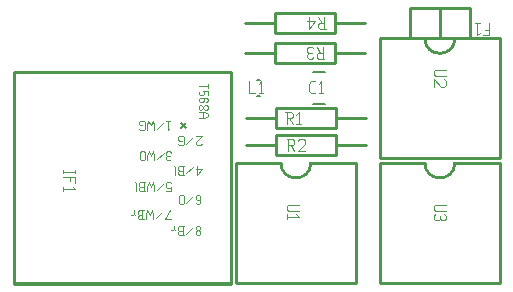
<source format=gbr>
G04 start of page 8 for group -4079 idx -4079 *
G04 Title: (unknown), topsilk *
G04 Creator: pcb 1.99z *
G04 CreationDate: Tue Dec  8 20:21:58 2015 UTC *
G04 For: commonadmin *
G04 Format: Gerber/RS-274X *
G04 PCB-Dimensions (mil): 2380.00 955.00 *
G04 PCB-Coordinate-Origin: lower left *
%MOIN*%
%FSLAX25Y25*%
%LNTOPSILK*%
%ADD62C,0.0040*%
%ADD61C,0.0080*%
%ADD60C,0.0030*%
%ADD59C,0.0060*%
%ADD58C,0.0100*%
G54D58*X43922Y3262D02*X72898D01*
Y18183D02*Y3262D01*
X457D02*X43961D01*
G54D59*X56166Y56766D02*X57741Y55191D01*
Y56766D02*X56166Y55191D01*
G54D58*X72898Y60979D02*Y15979D01*
X43922Y73735D02*X72898D01*
Y59955D01*
X457Y73735D02*X43961D01*
X457D02*Y3262D01*
G54D60*X63056Y41438D02*X61556Y39563D01*
X61181Y41438D02*X63056D01*
X61556Y42563D02*Y39563D01*
X60281Y42188D02*X58031Y39938D01*
X55631Y42563D02*X57131D01*
X55631D02*X55256Y42188D01*
Y41288D01*
X55631Y40913D02*X55256Y41288D01*
X55631Y40913D02*X56756D01*
Y42563D02*Y39563D01*
X55631D02*X57131D01*
X55631D02*X55256Y39938D01*
Y40538D02*Y39938D01*
X55631Y40913D02*X55256Y40538D01*
X54356Y42188D02*Y39563D01*
Y42188D02*X53981Y42563D01*
X51320Y34052D02*X52820D01*
Y35552D02*Y34052D01*
Y35552D02*X52445Y35177D01*
X51695D02*X52445D01*
X51695D02*X51320Y35552D01*
Y36677D02*Y35552D01*
X51695Y37052D02*X51320Y36677D01*
X51695Y37052D02*X52445D01*
X52820Y36677D02*X52445Y37052D01*
X50420Y36677D02*X48170Y34427D01*
X47270Y35552D02*Y34052D01*
Y35552D02*X46895Y37052D01*
X46145Y35552D01*
X45395Y37052D01*
X45020Y35552D01*
Y34052D01*
X42620Y37052D02*X44120D01*
X42620D02*X42245Y36677D01*
Y35777D01*
X42620Y35402D02*X42245Y35777D01*
X42620Y35402D02*X43745D01*
Y37052D02*Y34052D01*
X42620D02*X44120D01*
X42620D02*X42245Y34427D01*
Y35027D02*Y34427D01*
X42620Y35402D02*X42245Y35027D01*
X41345Y36677D02*Y34052D01*
Y36677D02*X40970Y37052D01*
X61537Y29721D02*X61162Y30096D01*
X61537Y29721D02*X62287D01*
X62662Y30096D02*X62287Y29721D01*
X62662Y32346D02*Y30096D01*
Y32346D02*X62287Y32721D01*
X61537Y31071D02*X61162Y31446D01*
X61537Y31071D02*X62662D01*
X61537Y32721D02*X62287D01*
X61537D02*X61162Y32346D01*
Y31446D01*
X60262Y32346D02*X58012Y30096D01*
X57112Y32346D02*Y30096D01*
X56737Y29721D01*
X55987D02*X56737D01*
X55987D02*X55612Y30096D01*
Y32346D02*Y30096D01*
X55987Y32721D02*X55612Y32346D01*
X55987Y32721D02*X56737D01*
X57112Y32346D02*X56737Y32721D01*
X62662Y22110D02*X62287Y22485D01*
X62662Y22110D02*Y21510D01*
X62137Y20985D01*
X61687D02*X62137D01*
X61687D02*X61162Y21510D01*
Y22110D02*Y21510D01*
X61537Y22485D02*X61162Y22110D01*
X61537Y22485D02*X62287D01*
X62662Y20460D02*X62137Y20985D01*
X62662Y20460D02*Y19860D01*
X62287Y19485D01*
X61537D02*X62287D01*
X61537D02*X61162Y19860D01*
Y20460D02*Y19860D01*
X61687Y20985D02*X61162Y20460D01*
X60262Y22110D02*X58012Y19860D01*
X55612Y22485D02*X57112D01*
X55612D02*X55237Y22110D01*
Y21210D01*
X55612Y20835D02*X55237Y21210D01*
X55612Y20835D02*X56737D01*
Y22485D02*Y19485D01*
X55612D02*X57112D01*
X55612D02*X55237Y19860D01*
Y20460D02*Y19860D01*
X55612Y20835D02*X55237Y20460D01*
X53962Y22485D02*Y21360D01*
X53587Y20985D01*
X52837D02*X53587D01*
X54337D02*X53962Y21360D01*
X52426Y55124D02*X51826Y54524D01*
Y57524D02*Y54524D01*
X51301Y57524D02*X52426D01*
X50401Y57149D02*X48151Y54899D01*
X47251Y56024D02*Y54524D01*
Y56024D02*X46876Y57524D01*
X46126Y56024D01*
X45376Y57524D01*
X45001Y56024D01*
Y54524D01*
X42601D02*X42226Y54899D01*
X42601Y54524D02*X43726D01*
X44101Y54899D02*X43726Y54524D01*
X44101Y57149D02*Y54899D01*
Y57149D02*X43726Y57524D01*
X42601D02*X43726D01*
X42601D02*X42226Y57149D01*
Y56399D01*
X42601Y56024D02*X42226Y56399D01*
X42601Y56024D02*X43351D01*
X63056Y49781D02*X62681Y49406D01*
X61556D02*X62681D01*
X61556D02*X61181Y49781D01*
Y50531D02*Y49781D01*
X63056Y52406D02*X61181Y50531D01*
Y52406D02*X63056D01*
X60281Y52031D02*X58031Y49781D01*
X55631Y49406D02*X55256Y49781D01*
X55631Y49406D02*X56756D01*
X57131Y49781D02*X56756Y49406D01*
X57131Y52031D02*Y49781D01*
Y52031D02*X56756Y52406D01*
X55631D02*X56756D01*
X55631D02*X55256Y52031D01*
Y51281D01*
X55631Y50906D02*X55256Y51281D01*
X55631Y50906D02*X56381D01*
X52820Y44663D02*X52445Y44288D01*
X51695D02*X52445D01*
X51695D02*X51320Y44663D01*
X51695Y47288D02*X51320Y46913D01*
X51695Y47288D02*X52445D01*
X52820Y46913D02*X52445Y47288D01*
X51695Y45638D02*X52445D01*
X51320Y45263D02*Y44663D01*
Y46913D02*Y46013D01*
X51695Y45638D01*
X51320Y45263D02*X51695Y45638D01*
X50420Y46913D02*X48170Y44663D01*
X47270Y45788D02*Y44288D01*
Y45788D02*X46895Y47288D01*
X46145Y45788D01*
X45395Y47288D01*
X45020Y45788D01*
Y44288D01*
X44120Y46913D02*Y44663D01*
X43745Y44288D01*
X42995D02*X43745D01*
X42995D02*X42620Y44663D01*
Y46913D02*Y44663D01*
X42995Y47288D02*X42620Y46913D01*
X42995Y47288D02*X43745D01*
X44120Y46913D02*X43745Y47288D01*
X52445Y27603D02*X50945Y24603D01*
X52820D01*
X50045Y27228D02*X47795Y24978D01*
X46895Y26103D02*Y24603D01*
Y26103D02*X46520Y27603D01*
X45770Y26103D01*
X45020Y27603D01*
X44645Y26103D01*
Y24603D01*
X42245Y27603D02*X43745D01*
X42245D02*X41870Y27228D01*
Y26328D01*
X42245Y25953D02*X41870Y26328D01*
X42245Y25953D02*X43370D01*
Y27603D02*Y24603D01*
X42245D02*X43745D01*
X42245D02*X41870Y24978D01*
Y25578D02*Y24978D01*
X42245Y25953D02*X41870Y25578D01*
X40595Y27603D02*Y26478D01*
X40220Y26103D01*
X39470D02*X40220D01*
X40970D02*X40595Y26478D01*
X65062Y69916D02*Y68416D01*
X62062Y69166D02*X65062D01*
Y67516D02*Y66016D01*
X63562Y67516D02*X65062D01*
X63562D02*X63937Y67141D01*
Y66391D01*
X63562Y66016D01*
X62437D02*X63562D01*
X62062Y66391D02*X62437Y66016D01*
X62062Y67141D02*Y66391D01*
X62437Y67516D02*X62062Y67141D01*
X65062Y63991D02*X64687Y63616D01*
X65062Y64741D02*Y63991D01*
X64687Y65116D02*X65062Y64741D01*
X62437Y65116D02*X64687D01*
X62437D02*X62062Y64741D01*
X63712Y63991D02*X63337Y63616D01*
X63712Y65116D02*Y63991D01*
X62062Y64741D02*Y63991D01*
X62437Y63616D01*
X63337D01*
X62437Y62716D02*X62062Y62341D01*
X62437Y62716D02*X63037D01*
X63562Y62191D01*
Y61741D01*
X63037Y61216D01*
X62437D02*X63037D01*
X62062Y61591D02*X62437Y61216D01*
X62062Y62341D02*Y61591D01*
X64087Y62716D02*X63562Y62191D01*
X64087Y62716D02*X64687D01*
X65062Y62341D01*
Y61591D01*
X64687Y61216D01*
X64087D02*X64687D01*
X63562Y61741D02*X64087Y61216D01*
X62062Y60316D02*X64312D01*
X65062Y59791D01*
Y58966D01*
X64312Y58441D01*
X62062D02*X64312D01*
X63562Y60316D02*Y58441D01*
G54D58*X77992Y49465D02*X87992D01*
X107992D02*X117992D01*
X87992Y52765D02*X107992D01*
Y46165D01*
X87992D01*
Y52765D01*
X74492Y43465D02*Y3465D01*
X114492D01*
Y43465D01*
X74492D02*X89492D01*
X99492D02*X114492D01*
X89492D02*G75*G03X99492Y43465I5000J0D01*G01*
X132492Y94965D02*X152492D01*
X132492D02*Y84965D01*
X152492D01*
Y94965D02*Y84965D01*
X142492Y94965D02*Y84965D01*
X152492D01*
X122492Y43465D02*Y3465D01*
X162492D01*
Y43465D01*
X122492D02*X137492D01*
X147492D02*X162492D01*
X137492D02*G75*G03X147492Y43465I5000J0D01*G01*
X122492Y84965D02*Y44965D01*
X162492D01*
Y84965D01*
X122492D02*X137492D01*
X147492D02*X162492D01*
X137492D02*G75*G03X147492Y84965I5000J0D01*G01*
X72937Y60965D02*Y15965D01*
Y73720D02*Y59941D01*
X43961Y3248D02*X72937D01*
Y18169D02*Y3248D01*
X496D02*X44000D01*
X43961Y73720D02*X72937D01*
X496D02*X44000D01*
X496D02*Y3248D01*
X107492Y79965D02*X117492D01*
X77492D02*X87492D01*
Y76665D02*X107492D01*
X87492Y83265D02*Y76665D01*
Y83265D02*X107492D01*
Y76665D01*
Y89965D02*X117492D01*
X77492D02*X87492D01*
Y86665D02*X107492D01*
X87492Y93265D02*Y86665D01*
Y93265D02*X107492D01*
Y86665D01*
G54D61*X100119Y73779D02*X104055D01*
X100119Y63151D02*X104055D01*
G54D58*X77992Y58465D02*X87992D01*
X107992D02*X117992D01*
X87992Y61765D02*X107992D01*
Y55165D01*
X87992D01*
Y61765D01*
G54D61*X81642Y71220D02*X82428D01*
X81642Y65710D02*X82428D01*
G54D62*X91492Y51265D02*X93492D01*
X93992Y50765D01*
Y49765D01*
X93492Y49265D02*X93992Y49765D01*
X91992Y49265D02*X93492D01*
X91992Y51265D02*Y47265D01*
X92792Y49265D02*X93992Y47265D01*
X95192Y50765D02*X95692Y51265D01*
X97192D01*
X97692Y50765D01*
Y49765D01*
X95192Y47265D02*X97692Y49765D01*
X95192Y47265D02*X97692D01*
X91992Y29465D02*X95492D01*
X91992D02*X91492Y28965D01*
Y27965D01*
X91992Y27465D01*
X95492D01*
X94692Y26265D02*X95492Y25465D01*
X91492D02*X95492D01*
X91492Y26265D02*Y24765D01*
X101992Y78165D02*X103992D01*
X101992D02*X101492Y78665D01*
Y79665D02*Y78665D01*
X101992Y80165D02*X101492Y79665D01*
X101992Y80165D02*X103492D01*
Y82165D02*Y78165D01*
X102692Y80165D02*X101492Y82165D01*
X100292Y78665D02*X99792Y78165D01*
X98792D02*X99792D01*
X98792D02*X98292Y78665D01*
X98792Y82165D02*X98292Y81665D01*
X98792Y82165D02*X99792D01*
X100292Y81665D02*X99792Y82165D01*
X98792Y79965D02*X99792D01*
X98292Y79465D02*Y78665D01*
Y81665D02*Y80465D01*
X98792Y79965D01*
X98292Y79465D02*X98792Y79965D01*
X102492Y88165D02*X104492D01*
X102492D02*X101992Y88665D01*
Y89665D02*Y88665D01*
X102492Y90165D02*X101992Y89665D01*
X102492Y90165D02*X103992D01*
Y92165D02*Y88165D01*
X103192Y90165D02*X101992Y92165D01*
X100792Y90665D02*X98792Y88165D01*
X98292Y90665D02*X100792D01*
X98792Y92165D02*Y88165D01*
X99637Y66615D02*X100937D01*
X98937Y67315D02*X99637Y66615D01*
X98937Y69915D02*Y67315D01*
Y69915D02*X99637Y70615D01*
X100937D01*
X102137Y69815D02*X102937Y70615D01*
Y66615D01*
X102137D02*X103637D01*
X158992Y89965D02*Y85965D01*
X156992D02*X158992D01*
X157492Y87765D02*X158992D01*
X155792Y86765D02*X154992Y85965D01*
Y89965D02*Y85965D01*
X154292Y89965D02*X155792D01*
X140992Y29465D02*X144492D01*
X140992D02*X140492Y28965D01*
Y27965D01*
X140992Y27465D01*
X144492D01*
X143992Y26265D02*X144492Y25765D01*
Y24765D01*
X143992Y24265D01*
X140492Y24765D02*X140992Y24265D01*
X140492Y25765D02*Y24765D01*
X140992Y26265D02*X140492Y25765D01*
X142692D02*Y24765D01*
X143192Y24265D02*X143992D01*
X140992D02*X142192D01*
X142692Y24765D01*
X143192Y24265D02*X142692Y24765D01*
X140992Y74465D02*X144492D01*
X140992D02*X140492Y73965D01*
Y72965D01*
X140992Y72465D01*
X144492D01*
X143992Y71265D02*X144492Y70765D01*
Y69265D01*
X143992Y68765D01*
X142992D02*X143992D01*
X140492Y71265D02*X142992Y68765D01*
X140492Y71265D02*Y68765D01*
X90992Y60265D02*X92992D01*
X93492Y59765D01*
Y58765D01*
X92992Y58265D02*X93492Y58765D01*
X91492Y58265D02*X92992D01*
X91492Y60265D02*Y56265D01*
X92292Y58265D02*X93492Y56265D01*
X94692Y59465D02*X95492Y60265D01*
Y56265D01*
X94692D02*X96192D01*
X20992Y40965D02*Y39965D01*
X16992Y40465D02*X20992D01*
X16992Y40965D02*Y39965D01*
Y38765D02*X20992D01*
Y36765D01*
X19192Y38765D02*Y37265D01*
X20192Y35565D02*X20992Y34765D01*
X16992D02*X20992D01*
X16992Y35565D02*Y34065D01*
X78885Y70615D02*Y66615D01*
X80885D01*
X82085Y69815D02*X82885Y70615D01*
Y66615D01*
X82085D02*X83585D01*
M02*

</source>
